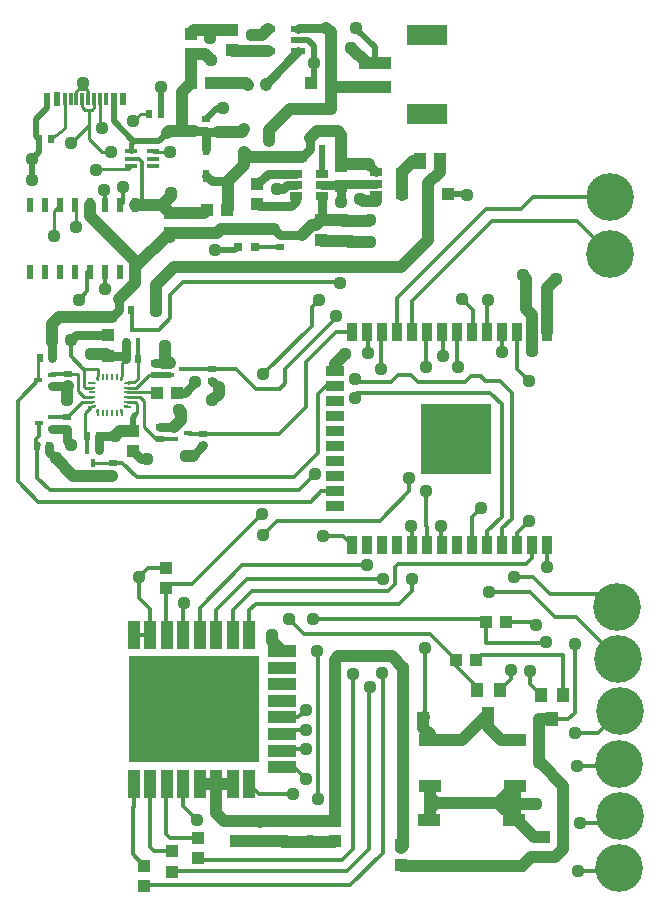
<source format=gbr>
G04 EAGLE Gerber RS-274X export*
G75*
%MOMM*%
%FSLAX34Y34*%
%LPD*%
%INTop Copper*%
%IPPOS*%
%AMOC8*
5,1,8,0,0,1.08239X$1,22.5*%
G01*
%ADD10R,1.016000X1.143000*%
%ADD11R,0.650000X0.460000*%
%ADD12R,0.900000X0.800000*%
%ADD13R,0.250000X0.495000*%
%ADD14R,0.250000X0.600000*%
%ADD15R,0.495000X0.250000*%
%ADD16R,0.600000X0.250000*%
%ADD17R,1.200000X0.550000*%
%ADD18R,0.900000X1.500000*%
%ADD19R,1.500000X0.900000*%
%ADD20R,6.000000X6.000000*%
%ADD21R,0.600000X1.200000*%
%ADD22R,0.700000X0.600000*%
%ADD23R,0.600000X0.700000*%
%ADD24R,0.460000X0.650000*%
%ADD25R,1.000000X1.100000*%
%ADD26R,1.100000X1.000000*%
%ADD27R,1.050000X0.400000*%
%ADD28R,1.900000X1.000000*%
%ADD29R,1.000000X1.350000*%
%ADD30R,1.060000X0.650000*%
%ADD31R,3.499994X1.799997*%
%ADD32R,2.699994X0.999997*%
%ADD33R,0.800000X0.800000*%
%ADD34R,2.450000X1.000000*%
%ADD35R,1.000000X2.450000*%
%ADD36R,11.000000X9.000000*%
%ADD37C,4.032000*%
%ADD38R,0.300000X1.140000*%
%ADD39R,0.500000X1.140000*%
%ADD40R,0.500000X1.150000*%
%ADD41R,0.500000X1.050000*%
%ADD42C,0.254000*%
%ADD43C,0.508000*%
%ADD44C,1.016000*%
%ADD45C,1.117600*%
%ADD46C,0.349250*%
%ADD47C,0.762000*%
%ADD48C,0.381000*%

G36*
X83132Y444731D02*
X83132Y444731D01*
X83131Y444731D01*
X83132Y444732D01*
X83132Y447732D01*
X83122Y447744D01*
X83121Y447743D01*
X83120Y447744D01*
X80620Y447744D01*
X80608Y447734D01*
X80609Y447733D01*
X80608Y447732D01*
X80608Y445782D01*
X80612Y445778D01*
X80612Y445774D01*
X81662Y444724D01*
X81667Y444723D01*
X81670Y444720D01*
X83120Y444720D01*
X83132Y444731D01*
G37*
G36*
X106882Y421481D02*
X106882Y421481D01*
X106881Y421481D01*
X106882Y421482D01*
X106882Y423982D01*
X106872Y423994D01*
X106871Y423993D01*
X106870Y423994D01*
X103870Y423994D01*
X103858Y423984D01*
X103859Y423983D01*
X103858Y423982D01*
X103858Y422532D01*
X103862Y422528D01*
X103862Y422524D01*
X104912Y421474D01*
X104917Y421473D01*
X104920Y421470D01*
X106870Y421470D01*
X106882Y421481D01*
G37*
G36*
X102074Y444724D02*
X102074Y444724D01*
X102078Y444724D01*
X103128Y445774D01*
X103129Y445778D01*
X103132Y445781D01*
X103131Y445782D01*
X103132Y445782D01*
X103132Y447732D01*
X103122Y447744D01*
X103121Y447743D01*
X103120Y447744D01*
X100620Y447744D01*
X100608Y447734D01*
X100609Y447733D01*
X100608Y447732D01*
X100608Y444732D01*
X100619Y444720D01*
X100619Y444721D01*
X100620Y444720D01*
X102070Y444720D01*
X102074Y444724D01*
G37*
G36*
X78824Y421474D02*
X78824Y421474D01*
X78828Y421474D01*
X79878Y422524D01*
X79879Y422528D01*
X79882Y422531D01*
X79881Y422532D01*
X79882Y422532D01*
X79882Y423982D01*
X79872Y423994D01*
X79871Y423993D01*
X79870Y423994D01*
X76870Y423994D01*
X76858Y423984D01*
X76859Y423983D01*
X76858Y423982D01*
X76858Y421482D01*
X76869Y421470D01*
X76869Y421471D01*
X76870Y421470D01*
X78820Y421470D01*
X78824Y421474D01*
G37*
G36*
X106882Y441481D02*
X106882Y441481D01*
X106881Y441481D01*
X106882Y441482D01*
X106882Y443982D01*
X106872Y443994D01*
X106871Y443993D01*
X106870Y443994D01*
X104920Y443994D01*
X104916Y443990D01*
X104912Y443990D01*
X103862Y442940D01*
X103861Y442935D01*
X103858Y442932D01*
X103858Y441482D01*
X103869Y441470D01*
X103869Y441471D01*
X103870Y441470D01*
X106870Y441470D01*
X106882Y441481D01*
G37*
G36*
X83132Y417731D02*
X83132Y417731D01*
X83131Y417731D01*
X83132Y417732D01*
X83132Y420732D01*
X83122Y420744D01*
X83121Y420743D01*
X83120Y420744D01*
X81670Y420744D01*
X81666Y420740D01*
X81662Y420740D01*
X80612Y419690D01*
X80611Y419685D01*
X80608Y419682D01*
X80608Y417732D01*
X80619Y417720D01*
X80619Y417721D01*
X80620Y417720D01*
X83120Y417720D01*
X83132Y417731D01*
G37*
G36*
X79882Y441481D02*
X79882Y441481D01*
X79881Y441481D01*
X79882Y441482D01*
X79882Y442932D01*
X79878Y442936D01*
X79878Y442940D01*
X78828Y443990D01*
X78823Y443991D01*
X78820Y443994D01*
X76870Y443994D01*
X76858Y443984D01*
X76859Y443983D01*
X76858Y443982D01*
X76858Y441482D01*
X76869Y441470D01*
X76869Y441471D01*
X76870Y441470D01*
X79870Y441470D01*
X79882Y441481D01*
G37*
G36*
X103132Y417731D02*
X103132Y417731D01*
X103131Y417731D01*
X103132Y417732D01*
X103132Y419682D01*
X103128Y419686D01*
X103128Y419690D01*
X102078Y420740D01*
X102073Y420741D01*
X102070Y420744D01*
X100620Y420744D01*
X100608Y420734D01*
X100609Y420733D01*
X100608Y420732D01*
X100608Y417732D01*
X100619Y417720D01*
X100619Y417721D01*
X100620Y417720D01*
X103120Y417720D01*
X103132Y417731D01*
G37*
D10*
X412360Y162430D03*
X402860Y182750D03*
X421860Y182750D03*
D11*
X42926Y439924D03*
X42926Y449924D03*
X31426Y444924D03*
D12*
X205646Y657454D03*
X205646Y638454D03*
X226646Y647954D03*
D10*
X466208Y158366D03*
X456708Y178686D03*
X475708Y178686D03*
D13*
X81870Y417207D03*
D14*
X85870Y417732D03*
X89870Y417732D03*
X93870Y417732D03*
X97870Y417732D03*
D13*
X101870Y417207D03*
D15*
X107395Y422732D03*
D16*
X106870Y426732D03*
X106870Y430732D03*
X106870Y434732D03*
X106870Y438732D03*
D15*
X107395Y442732D03*
D13*
X101870Y448257D03*
D14*
X97870Y447732D03*
X93870Y447732D03*
X89870Y447732D03*
X85870Y447732D03*
D13*
X81870Y448257D03*
D15*
X76345Y442732D03*
D16*
X76870Y438732D03*
X76870Y434732D03*
X76870Y430732D03*
X76870Y426732D03*
D15*
X76345Y422732D03*
D17*
X251507Y723798D03*
X251507Y733298D03*
X251507Y742798D03*
X225505Y742798D03*
X225505Y723798D03*
D18*
X462238Y485722D03*
X449538Y485722D03*
X436838Y485722D03*
X424138Y485722D03*
X411438Y485722D03*
X398738Y485722D03*
X386038Y485722D03*
X373338Y485722D03*
X360638Y485722D03*
X347938Y485722D03*
X335238Y485722D03*
X322538Y485722D03*
X309838Y485722D03*
X297138Y485722D03*
D19*
X282238Y452872D03*
X282238Y440172D03*
X282238Y427472D03*
X282238Y414772D03*
X282238Y402072D03*
X282238Y389372D03*
X282238Y376672D03*
X282238Y363972D03*
X282238Y351272D03*
X282238Y338572D03*
D18*
X297138Y305722D03*
X309838Y305722D03*
X322538Y305722D03*
X335238Y305722D03*
X347938Y305722D03*
X360638Y305722D03*
X373338Y305722D03*
X386038Y305722D03*
X398738Y305722D03*
X411438Y305722D03*
X424138Y305722D03*
X436838Y305722D03*
X449538Y305722D03*
X462238Y305722D03*
D20*
X385238Y395722D03*
D21*
X113246Y593098D03*
X100546Y593098D03*
X87846Y593098D03*
X75146Y593098D03*
X62446Y593098D03*
X49746Y593098D03*
X37046Y593098D03*
X24346Y593098D03*
X24346Y537098D03*
X37046Y537098D03*
X49746Y537098D03*
X62446Y537098D03*
X75146Y537098D03*
X87846Y537098D03*
X100546Y537098D03*
X113246Y537098D03*
D22*
X56564Y450178D03*
X56564Y440178D03*
D23*
X32768Y463720D03*
X42768Y463720D03*
D11*
X146402Y405474D03*
X146402Y395474D03*
X157902Y400474D03*
D22*
X134034Y395728D03*
X134034Y405728D03*
X171118Y399886D03*
X171118Y389886D03*
D24*
X82900Y386328D03*
X72900Y386328D03*
X77900Y374828D03*
D23*
X72900Y398188D03*
X82900Y398188D03*
D22*
X94410Y374994D03*
X94410Y364994D03*
D11*
X43180Y403856D03*
X43180Y413856D03*
X31680Y408856D03*
D22*
X55294Y413856D03*
X55294Y403856D03*
D23*
X30482Y389044D03*
X40482Y389044D03*
D11*
X142592Y459576D03*
X142592Y449576D03*
X154092Y454576D03*
D22*
X130224Y449830D03*
X130224Y459830D03*
X178484Y454750D03*
X178484Y444750D03*
D24*
X105666Y477866D03*
X115666Y477866D03*
X110666Y489366D03*
D23*
X115666Y463466D03*
X105666Y463466D03*
X109824Y504360D03*
X99824Y504360D03*
D25*
X410346Y240538D03*
X427346Y240538D03*
X384692Y208026D03*
X401692Y208026D03*
D26*
X195326Y741290D03*
X195326Y724290D03*
D22*
X173482Y666162D03*
X173482Y656162D03*
X236384Y558188D03*
X236384Y568188D03*
D25*
X340360Y159382D03*
X357360Y159382D03*
D26*
X338706Y51308D03*
X338706Y34308D03*
D25*
X142494Y569858D03*
X142494Y586858D03*
X160274Y721496D03*
X160274Y738496D03*
D26*
X279264Y696976D03*
X262264Y696976D03*
D27*
X109522Y639092D03*
X109522Y632592D03*
X109522Y626092D03*
X128522Y626092D03*
X128522Y632592D03*
X128522Y639092D03*
D25*
X459362Y41148D03*
X459362Y58148D03*
D28*
X433900Y33462D03*
X433900Y72462D03*
X361900Y72462D03*
X361900Y33462D03*
X362644Y140274D03*
X362644Y101274D03*
X434644Y101274D03*
X434644Y140274D03*
D29*
X354212Y630936D03*
X371212Y630936D03*
D30*
X339168Y602132D03*
X339168Y621132D03*
X317168Y621132D03*
X317168Y611632D03*
X317168Y602132D03*
D26*
X361324Y602488D03*
X378324Y602488D03*
X191126Y589534D03*
X174126Y589534D03*
D25*
X293116Y580000D03*
X293116Y563000D03*
X270764Y580762D03*
X270764Y563762D03*
D30*
X271350Y600862D03*
X271350Y619862D03*
X249350Y619862D03*
X249350Y610362D03*
X249350Y600862D03*
X271350Y610362D03*
D23*
X261446Y640842D03*
X271446Y640842D03*
D25*
X216662Y611242D03*
X216662Y594242D03*
X287782Y626228D03*
X287782Y609228D03*
X177410Y696468D03*
X160410Y696468D03*
D31*
X360578Y737080D03*
X360578Y670080D03*
D32*
X316078Y713580D03*
X316078Y693580D03*
D33*
X208908Y694690D03*
X223908Y694690D03*
X215018Y558292D03*
X200018Y558292D03*
D34*
X238030Y131542D03*
X238030Y117542D03*
X238030Y145542D03*
X238030Y159542D03*
X238030Y173542D03*
X238030Y187542D03*
X238030Y201542D03*
X238030Y215542D03*
D35*
X210030Y103542D03*
X196030Y103542D03*
X182030Y103542D03*
X168030Y103542D03*
X154030Y103542D03*
X140030Y103542D03*
X210030Y229542D03*
X196030Y229542D03*
X182030Y229542D03*
X168030Y229542D03*
X154030Y229542D03*
X126030Y229542D03*
X140030Y229542D03*
X126030Y103542D03*
X112030Y103542D03*
X112030Y229542D03*
D36*
X163030Y166542D03*
D25*
X282180Y71862D03*
X282180Y54862D03*
X241554Y71492D03*
X241554Y54492D03*
X219964Y72000D03*
X219964Y55000D03*
D26*
X144297Y46092D03*
X144297Y29092D03*
X121158Y34154D03*
X121158Y17154D03*
X166878Y57268D03*
X166878Y40268D03*
X139192Y285868D03*
X139192Y268868D03*
D37*
X521208Y252984D03*
X521970Y208788D03*
X523748Y165100D03*
X523240Y120142D03*
X523494Y75946D03*
X522986Y31750D03*
X515366Y552196D03*
X515366Y600202D03*
D38*
X68620Y683014D03*
X73620Y683014D03*
X63620Y683014D03*
X58620Y683014D03*
X53620Y683014D03*
X78620Y683014D03*
X83620Y683014D03*
X88620Y683014D03*
D39*
X95120Y683014D03*
D40*
X47120Y683014D03*
D39*
X39120Y683014D03*
X103120Y683014D03*
D23*
X135302Y670560D03*
X125302Y670560D03*
X31830Y649478D03*
X41830Y649478D03*
D41*
X173533Y618337D03*
X173533Y641097D03*
D25*
X199136Y71898D03*
X199136Y54898D03*
D26*
X444636Y510438D03*
X461636Y510438D03*
D25*
X111150Y402505D03*
X111150Y385505D03*
X90627Y465972D03*
X90627Y482972D03*
D26*
X131505Y434645D03*
X148505Y434645D03*
D42*
X76870Y438732D02*
X71138Y438732D01*
X69772Y440098D02*
X69772Y454830D01*
X81964Y454830D01*
X69772Y440098D02*
X71138Y438732D01*
X81870Y448257D02*
X81870Y454736D01*
X81964Y454830D01*
D43*
X315644Y610108D02*
X317168Y611632D01*
D44*
X118872Y593098D02*
X113246Y593098D01*
X118872Y593098D02*
X136254Y593098D01*
D45*
X58928Y478790D03*
D46*
X58928Y465328D01*
X69426Y454830D02*
X69772Y454830D01*
X69426Y454830D02*
X58928Y465328D01*
X210030Y103542D02*
X218608Y94964D01*
X247142Y94964D01*
D45*
X247142Y94964D03*
D46*
X282180Y54862D02*
X282064Y54746D01*
X116332Y261112D02*
X116332Y277876D01*
X116840Y278384D01*
D45*
X116840Y278384D03*
D46*
X124324Y285868D02*
X139192Y285868D01*
X124324Y285868D02*
X116840Y278384D01*
D45*
X154432Y256540D03*
D46*
X116454Y632592D02*
X109522Y632592D01*
X118872Y630174D02*
X118872Y593098D01*
X118872Y630174D02*
X116454Y632592D01*
D44*
X177038Y741290D02*
X195326Y741290D01*
X176784Y741544D02*
X163322Y741544D01*
X160274Y738496D01*
X176784Y741544D02*
X177038Y741290D01*
X177038Y735212D01*
D45*
X177038Y735212D03*
D43*
X251507Y733298D02*
X259588Y733298D01*
X264414Y728472D01*
X264414Y713994D01*
D45*
X264414Y713994D03*
D43*
X264414Y699126D01*
X262264Y696976D01*
X316078Y713580D02*
X316078Y727042D01*
X300736Y742384D01*
X300736Y742950D01*
D45*
X300736Y742950D03*
D43*
X182706Y675386D02*
X173482Y666162D01*
X182706Y675386D02*
X187706Y675386D01*
D45*
X187706Y675386D03*
D43*
X378324Y602488D02*
X393954Y602488D01*
X394208Y602234D01*
D45*
X394208Y602234D03*
D47*
X288916Y610362D02*
X287782Y609228D01*
X290186Y611632D02*
X317168Y611632D01*
X288916Y610362D02*
X271350Y610362D01*
X288916Y610362D02*
X290186Y611632D01*
X287782Y609228D02*
X287782Y596510D01*
X287528Y596256D01*
D45*
X287528Y596256D03*
D43*
X200018Y558292D02*
X197478Y555752D01*
X181356Y555752D01*
D45*
X181356Y555752D03*
X311912Y561848D03*
D44*
X171450Y586858D02*
X142494Y586858D01*
X171450Y586858D02*
X174126Y589534D01*
X142494Y586858D02*
X136254Y593098D01*
X144018Y600862D01*
X144018Y604012D01*
D45*
X144018Y604012D03*
D44*
X229108Y224464D02*
X238030Y215542D01*
X229108Y224464D02*
X229108Y229616D01*
D45*
X229108Y229616D03*
D46*
X462238Y287232D02*
X462238Y305722D01*
X462238Y287232D02*
X462026Y287020D01*
D45*
X462026Y287020D03*
D44*
X436412Y72462D02*
X433900Y72462D01*
X436412Y72462D02*
X450726Y58148D01*
X459362Y58148D01*
X434644Y73206D02*
X433900Y72462D01*
X434644Y73478D02*
X434644Y89916D01*
X434644Y101274D01*
X362644Y73206D02*
X361900Y72462D01*
X434644Y89916D02*
X437946Y86614D01*
X453136Y86614D01*
D45*
X453136Y86614D03*
D44*
X316078Y713580D02*
X309278Y713580D01*
X296418Y726440D01*
D45*
X296418Y726440D03*
D44*
X362644Y101274D02*
X362644Y82228D01*
X420746Y87376D02*
X434644Y101274D01*
X420746Y87376D02*
X367792Y87376D01*
X362644Y92524D01*
X362644Y101274D01*
X367792Y87376D02*
X362644Y82228D01*
X362644Y73206D01*
X420746Y87376D02*
X432104Y87376D01*
X434644Y89916D01*
X420746Y87376D02*
X434644Y73478D01*
X434644Y73206D01*
D47*
X282180Y54862D02*
X281846Y54862D01*
X281810Y54898D01*
X220472Y54492D02*
X219964Y55000D01*
X219202Y54238D01*
D44*
X294268Y561848D02*
X311912Y561848D01*
X294268Y561848D02*
X293116Y563000D01*
X271526Y563000D01*
X270764Y563762D01*
X290830Y467360D02*
X282238Y458768D01*
D45*
X290830Y467360D03*
D47*
X282238Y458768D02*
X282238Y452872D01*
D46*
X154432Y256540D02*
X154030Y256138D01*
X153924Y256032D01*
X154030Y256138D02*
X154030Y229542D01*
X126030Y251414D02*
X116332Y261112D01*
X126030Y251414D02*
X126030Y229542D01*
X112030Y229542D01*
D43*
X39120Y675390D02*
X39120Y683014D01*
X39120Y675390D02*
X29718Y665988D01*
X29718Y651590D01*
X31830Y649478D01*
X31830Y638382D01*
X26162Y632714D01*
D45*
X26162Y632714D03*
D43*
X26162Y614934D01*
D45*
X26162Y614934D03*
D43*
X135302Y670560D02*
X135302Y692832D01*
X135636Y693166D01*
D45*
X135636Y693166D03*
D44*
X199238Y55000D02*
X219964Y55000D01*
X199238Y55000D02*
X199136Y54898D01*
X219964Y55000D02*
X241046Y55000D01*
X241554Y54492D01*
X261146Y54492D01*
X261315Y54661D01*
D45*
X261315Y54661D03*
D44*
X281810Y54492D02*
X282180Y54862D01*
X281810Y54492D02*
X261146Y54492D01*
X462238Y485722D02*
X462238Y509836D01*
X461636Y510438D01*
X461636Y523206D01*
X469392Y530962D01*
D45*
X469392Y530962D03*
D47*
X118094Y378562D02*
X111150Y385505D01*
X118094Y378562D02*
X123139Y378562D01*
D45*
X123139Y378562D03*
D47*
X58928Y478790D02*
X63110Y482972D01*
X90627Y482972D01*
X148505Y434645D02*
X155245Y434645D01*
X164389Y443789D01*
D45*
X164389Y443789D03*
D44*
X270764Y580762D02*
X271096Y581094D01*
X270764Y580762D02*
X266376Y576374D01*
X262818Y576374D01*
X142494Y569858D02*
X142494Y566346D01*
X75146Y583730D02*
X75146Y593098D01*
X75146Y583730D02*
X113246Y545630D01*
D47*
X271350Y581348D02*
X271350Y600862D01*
X271350Y581348D02*
X270764Y580762D01*
D45*
X441682Y534006D03*
D44*
X449538Y470366D02*
X449072Y469900D01*
D45*
X449072Y469900D03*
D44*
X330708Y211328D02*
X284988Y211328D01*
X42588Y478620D02*
X42588Y492506D01*
X42588Y478620D02*
X42672Y478536D01*
D45*
X42672Y478536D03*
X45974Y378968D03*
D44*
X60960Y363982D01*
D45*
X156718Y381000D03*
X178816Y428498D03*
D44*
X271096Y581094D02*
X292022Y581094D01*
X293116Y580000D01*
X311268Y580000D01*
X311912Y580644D01*
D45*
X311912Y580644D03*
D44*
X330708Y211328D02*
X340360Y201676D01*
X340360Y159382D01*
X338706Y51308D02*
X338582Y49146D01*
X340360Y50924D02*
X340360Y159382D01*
X340360Y50924D02*
X338582Y49146D01*
D45*
X340360Y201676D03*
D44*
X219964Y72000D02*
X219202Y71238D01*
X219964Y72000D02*
X241046Y72000D01*
X241554Y71492D01*
X178816Y428498D02*
X184150Y433832D01*
X184150Y439084D01*
X162232Y381000D02*
X156718Y381000D01*
X142494Y569858D02*
X182762Y569858D01*
X186182Y573278D02*
X231294Y573278D01*
X186182Y573278D02*
X182762Y569858D01*
X113246Y537098D02*
X113246Y527012D01*
X99712Y513478D01*
X113246Y537098D02*
X113246Y545630D01*
X113246Y540610D02*
X142494Y569858D01*
X113246Y540610D02*
X113246Y537098D01*
X48684Y498602D02*
X42588Y492506D01*
X48684Y498602D02*
X93954Y498602D01*
X42768Y478440D02*
X42672Y478536D01*
X254632Y568188D02*
X262818Y576374D01*
X93398Y363982D02*
X60960Y363982D01*
X282180Y71862D02*
X281810Y71492D01*
X282180Y71862D02*
X282180Y84623D01*
X282194Y84637D01*
X282194Y208534D01*
X284988Y211328D01*
X282180Y71862D02*
X241924Y71862D01*
X241554Y71492D01*
X182030Y103542D02*
X168030Y103542D01*
X182030Y103542D02*
X196030Y103542D01*
X182030Y103542D02*
X181522Y103034D01*
X181522Y78828D01*
D47*
X184150Y439084D02*
X178484Y444750D01*
X99712Y504472D02*
X99712Y513478D01*
X99712Y504472D02*
X99824Y504360D01*
X99712Y504360D01*
X93954Y498602D01*
X42768Y478440D02*
X42768Y463720D01*
X40482Y384460D02*
X45974Y378968D01*
X40482Y384460D02*
X40482Y389044D01*
X162232Y381000D02*
X171118Y389886D01*
X236384Y568188D02*
X231294Y573278D01*
X236384Y568188D02*
X254632Y568188D01*
X94410Y364994D02*
X93398Y363982D01*
D44*
X219964Y72000D02*
X219862Y71898D01*
X199136Y71898D01*
X188452Y71898D01*
X181522Y78828D01*
X444636Y531052D02*
X441682Y534006D01*
X444636Y531052D02*
X444636Y510438D01*
X444636Y505121D01*
X449538Y500219D02*
X449538Y485722D01*
X449538Y500219D02*
X444636Y505121D01*
X449538Y485722D02*
X449538Y470366D01*
D42*
X109522Y639092D02*
X109474Y639140D01*
D43*
X133858Y647700D02*
X140716Y654558D01*
X133858Y647700D02*
X111760Y647700D01*
D44*
X140716Y654558D02*
X142208Y656050D01*
X153162Y656050D01*
X153162Y689220D01*
X160410Y696468D01*
X160410Y721360D01*
X160274Y721496D01*
D45*
X177546Y716534D03*
D44*
X172267Y721496D02*
X160274Y721496D01*
X172267Y721496D02*
X172521Y721242D01*
X172838Y721242D01*
X177546Y716534D01*
D45*
X212598Y737768D03*
D44*
X220475Y737768D01*
X225505Y742798D01*
D48*
X111760Y647700D02*
X109522Y645462D01*
X109522Y639092D01*
D43*
X111760Y647700D02*
X95120Y664340D01*
X95120Y683014D01*
D44*
X153162Y656050D02*
X153384Y655828D01*
X163068Y655828D01*
X203512Y655320D02*
X205646Y657454D01*
X203512Y655320D02*
X183642Y655320D01*
D47*
X173148Y655828D02*
X163068Y655828D01*
X173148Y655828D02*
X173482Y656162D01*
X174324Y655320D02*
X183642Y655320D01*
X174324Y655320D02*
X173482Y656162D01*
X173533Y656111D01*
X173533Y641097D01*
D42*
X63620Y683014D02*
X63620Y689884D01*
X65752Y692016D01*
X68834Y692016D02*
X71488Y692016D01*
X68834Y692016D02*
X65752Y692016D01*
X71488Y692016D02*
X73620Y689884D01*
X73620Y683014D01*
X68834Y692016D02*
X68834Y696334D01*
D45*
X68834Y696334D03*
X62992Y574548D03*
D42*
X62992Y592552D01*
X62446Y593098D01*
D45*
X80010Y623316D03*
D42*
X107000Y623570D02*
X109522Y626092D01*
X107000Y623570D02*
X80264Y623570D01*
X80010Y623316D01*
X68620Y676144D02*
X68620Y683014D01*
X68620Y676144D02*
X70752Y674012D01*
X74168Y674012D02*
X76488Y674012D01*
X74168Y674012D02*
X70752Y674012D01*
X76488Y674012D02*
X78620Y676144D01*
X78620Y683014D01*
D45*
X58674Y645922D03*
X44704Y566928D03*
D42*
X58674Y645922D02*
X74168Y661416D01*
X74168Y674012D01*
X49746Y593098D02*
X44704Y588056D01*
X44704Y566928D01*
D45*
X143256Y638556D03*
D42*
X129058Y638556D01*
X128522Y639092D01*
D45*
X93156Y638240D03*
D42*
X74168Y649224D02*
X74168Y661416D01*
X85152Y638240D02*
X93156Y638240D01*
X85152Y638240D02*
X74168Y649224D01*
D47*
X134034Y405728D02*
X146148Y405728D01*
X146402Y405474D01*
X56564Y440178D02*
X56310Y439924D01*
X42926Y439924D01*
D42*
X101870Y448257D02*
X101870Y459670D01*
X105666Y463466D01*
X106870Y426732D02*
X113110Y426732D01*
D44*
X371212Y621656D02*
X371212Y630936D01*
X361324Y611768D02*
X361324Y602488D01*
X361324Y611768D02*
X371212Y621656D01*
X146304Y541020D02*
X130810Y525526D01*
X130810Y503428D01*
D45*
X130810Y503428D03*
X138938Y473710D03*
X76200Y467614D03*
X55880Y428752D03*
D44*
X55880Y439494D01*
X56310Y439924D01*
D45*
X59436Y389890D03*
X96012Y397764D03*
X150622Y419862D03*
D44*
X152146Y418338D01*
X152146Y411726D01*
X146148Y405728D01*
X361324Y563762D02*
X361324Y602488D01*
X338582Y541020D02*
X146304Y541020D01*
X338582Y541020D02*
X361324Y563762D01*
X142592Y459576D02*
X142338Y459830D01*
X136652Y459830D01*
X138938Y463230D02*
X142592Y459576D01*
X138938Y463230D02*
X138938Y473710D01*
D47*
X55294Y403856D02*
X43180Y403856D01*
X82900Y398188D02*
X82900Y386328D01*
X83324Y397764D02*
X96012Y397764D01*
X83324Y397764D02*
X82900Y398188D01*
X130224Y459830D02*
X136652Y459830D01*
X55294Y403856D02*
X55294Y394032D01*
X59436Y389890D01*
D44*
X96012Y397764D02*
X100753Y402505D01*
X111150Y402505D01*
D42*
X115214Y424628D02*
X113110Y426732D01*
X115214Y424628D02*
X115214Y417373D01*
X113386Y415544D01*
D43*
X111150Y413309D01*
X111150Y402505D01*
D44*
X88985Y467614D02*
X76200Y467614D01*
X88985Y467614D02*
X90627Y465972D01*
D47*
X103160Y465972D01*
X105666Y463466D01*
X105666Y477866D01*
D44*
X282660Y693580D02*
X316078Y693580D01*
X282660Y693580D02*
X279264Y696976D01*
X279264Y739784D01*
X275336Y743712D01*
X226646Y656922D02*
X226646Y647954D01*
X244348Y674624D02*
X279400Y674624D01*
X279400Y696840D01*
X279264Y696976D01*
X244348Y674624D02*
X226646Y656922D01*
D47*
X252421Y743712D02*
X275336Y743712D01*
X252421Y743712D02*
X251507Y742798D01*
D44*
X361710Y33652D02*
X361900Y33462D01*
X361710Y33652D02*
X339454Y33652D01*
X338706Y34308D01*
X433900Y33462D02*
X441008Y33462D01*
X448694Y41148D02*
X459362Y41148D01*
X448694Y41148D02*
X441008Y33462D01*
X459362Y41148D02*
X468884Y41148D01*
X475996Y48260D02*
X475996Y101600D01*
X456692Y120904D01*
X454914Y120904D01*
X455050Y158366D02*
X466208Y158366D01*
X455050Y158366D02*
X454914Y158230D01*
X475996Y48260D02*
X468884Y41148D01*
X454914Y120904D02*
X454914Y158230D01*
D45*
X447040Y444500D03*
D46*
X436838Y454702D01*
X436838Y485722D01*
D45*
X485394Y221488D03*
D46*
X480184Y158366D02*
X466208Y158366D01*
X480184Y158366D02*
X485394Y163576D01*
X485394Y221488D01*
D44*
X433900Y33462D02*
X361900Y33462D01*
D45*
X299498Y446278D03*
D46*
X424138Y319744D02*
X424138Y305722D01*
X424138Y319744D02*
X432054Y327660D01*
X432054Y434416D01*
X421970Y444500D01*
D45*
X102870Y608330D03*
D46*
X102870Y595422D01*
X100546Y593098D01*
X409702Y444500D02*
X421970Y444500D01*
X409702Y444500D02*
X405892Y448310D01*
X397510Y448310D02*
X392684Y443484D01*
X397510Y448310D02*
X405892Y448310D01*
X302292Y443484D02*
X299498Y446278D01*
X353060Y443484D02*
X392684Y443484D01*
X329692Y443484D02*
X302292Y443484D01*
X347218Y449326D02*
X353060Y443484D01*
X347218Y449326D02*
X335534Y449326D01*
X329692Y443484D01*
X87846Y593098D02*
X87846Y593606D01*
D45*
X299498Y430022D03*
D46*
X411438Y317038D02*
X411438Y305722D01*
X411438Y317038D02*
X423581Y329181D01*
X423581Y424754D01*
X413900Y434435D01*
X301017Y434435D01*
X299498Y430022D01*
X299498Y430022D01*
X299498Y430022D01*
D45*
X86614Y606552D03*
D46*
X87846Y605320D01*
X87846Y593098D01*
X87846Y537098D02*
X87846Y522516D01*
X88039Y522323D01*
D45*
X88039Y522323D03*
X263652Y243332D03*
D46*
X264160Y242824D01*
X408060Y242824D02*
X410346Y240538D01*
X408060Y242824D02*
X264160Y242824D01*
X410346Y240538D02*
X410346Y222504D01*
X460248Y222504D01*
X461518Y223774D01*
D45*
X461518Y223774D03*
X447548Y198628D03*
D46*
X447548Y187846D01*
X456708Y178686D01*
X75146Y537098D02*
X73368Y537098D01*
X72860Y536590D01*
X72860Y520408D01*
X65532Y513080D01*
D45*
X65532Y513080D03*
X243840Y242570D03*
D46*
X256286Y230124D01*
X362594Y230124D01*
X384692Y208026D01*
X382465Y205799D01*
X384810Y203454D02*
X384810Y203200D01*
X402860Y185150D02*
X402860Y182750D01*
X402860Y185150D02*
X384810Y203200D01*
X384810Y203454D02*
X382465Y205799D01*
X292490Y29600D02*
X144805Y29600D01*
X144297Y29092D01*
X292490Y29600D02*
X311404Y48514D01*
X311404Y184658D02*
X311912Y185166D01*
X311404Y184658D02*
X311404Y48514D01*
D45*
X311912Y185166D03*
X373696Y465774D03*
D46*
X373696Y485364D01*
X373338Y485722D01*
X121666Y17662D02*
X121158Y17154D01*
X121666Y17662D02*
X295538Y17662D01*
X323088Y45212D01*
X323088Y196980D01*
X322710Y197358D01*
D45*
X322710Y197358D03*
X359918Y456438D03*
D46*
X359918Y485002D01*
X360638Y485722D01*
X288680Y39252D02*
X167894Y39252D01*
X166878Y40268D01*
X297688Y195834D02*
X298196Y196342D01*
X297688Y195834D02*
X297688Y48260D01*
D45*
X298196Y196342D03*
X321594Y454946D03*
D46*
X297688Y48260D02*
X288680Y39252D01*
X321594Y454946D02*
X321594Y484778D01*
X322538Y485722D01*
X143120Y272796D02*
X139192Y268868D01*
X139192Y230380D01*
X140030Y229542D01*
X161798Y272796D02*
X220472Y331470D01*
D45*
X220472Y331470D03*
D46*
X161798Y272796D02*
X143120Y272796D01*
D45*
X221996Y450088D03*
D46*
X263144Y491236D01*
X263144Y506984D01*
X269240Y513080D01*
X398738Y485722D02*
X399288Y486272D01*
X399288Y504444D02*
X389890Y513842D01*
D45*
X389890Y513842D03*
X269240Y513080D03*
D46*
X399288Y504444D02*
X399288Y486272D01*
X168030Y252612D02*
X168030Y229542D01*
X309626Y288798D02*
X309880Y289052D01*
D45*
X309880Y289052D03*
X359664Y351282D03*
D46*
X359664Y322020D01*
X360638Y321046D01*
X360638Y305722D01*
X309626Y288798D02*
X204216Y288798D01*
X168030Y252612D01*
X182030Y250610D02*
X182030Y229542D01*
D45*
X322834Y276860D03*
X372322Y321978D03*
D46*
X372322Y306738D01*
X373338Y305722D01*
X322834Y276860D02*
X208280Y276860D01*
X182030Y250610D01*
X449538Y294344D02*
X449538Y305722D01*
X444500Y289306D02*
X336042Y289306D01*
X444500Y289306D02*
X449538Y294344D01*
X333470Y272454D02*
X327240Y266224D01*
X211868Y266224D01*
X196030Y250386D02*
X196030Y229542D01*
X196030Y250386D02*
X211868Y266224D01*
X333470Y286734D02*
X336042Y289306D01*
X333470Y286734D02*
X333470Y272454D01*
X347472Y276860D02*
X347472Y266654D01*
D45*
X347472Y276860D03*
X346922Y321978D03*
D46*
X347938Y320962D01*
X347938Y305722D01*
X210030Y250162D02*
X210030Y229542D01*
X336850Y256032D02*
X347472Y266654D01*
X215900Y256032D02*
X210030Y250162D01*
X215900Y256032D02*
X336850Y256032D01*
D42*
X31426Y444924D02*
X31426Y462378D01*
X32768Y463720D01*
D46*
X31426Y444924D02*
X16568Y430066D01*
X15508Y429006D01*
X13970Y359664D02*
X31496Y342138D01*
X271008Y351272D02*
X282238Y351272D01*
X261874Y342138D02*
X31496Y342138D01*
X261874Y342138D02*
X271008Y351272D01*
X13970Y359664D02*
X13970Y427468D01*
X15508Y429006D01*
X40894Y352044D02*
X252476Y352044D01*
X265938Y365506D01*
D45*
X265938Y365506D03*
X310134Y467868D03*
D46*
X310134Y485426D01*
X309838Y485722D01*
X31680Y390242D02*
X30482Y389044D01*
X31680Y397694D02*
X31680Y408856D01*
X31680Y397694D02*
X29464Y395478D01*
X30482Y362456D02*
X40894Y352044D01*
X29464Y390062D02*
X29464Y395478D01*
X29464Y390062D02*
X30482Y389044D01*
X30482Y362456D01*
D42*
X77900Y374828D02*
X94410Y374994D01*
D46*
X102526Y374994D01*
X268224Y383540D02*
X268224Y433324D01*
X275072Y440172D01*
X282238Y440172D01*
X114554Y362966D02*
X102526Y374994D01*
X114554Y362966D02*
X247650Y362966D01*
X268224Y383540D01*
X158672Y399704D02*
X157902Y400474D01*
X158672Y399704D02*
X171118Y399886D01*
X235548Y399886D01*
X257810Y422148D01*
X257810Y460502D01*
X283030Y485722D01*
X297138Y485722D01*
D42*
X131418Y434732D02*
X106870Y434732D01*
X131418Y434732D02*
X131505Y434645D01*
D46*
X56564Y450178D02*
X43180Y450178D01*
X42926Y449924D01*
D42*
X69994Y430732D02*
X76870Y430732D01*
X64692Y436034D02*
X64692Y450004D01*
X64518Y450178D01*
X56564Y450178D01*
X64692Y436034D02*
X69994Y430732D01*
D46*
X55294Y413856D02*
X43180Y413856D01*
D42*
X68234Y426732D02*
X76870Y426732D01*
X68234Y426732D02*
X56296Y414794D01*
X56232Y414794D01*
X55294Y413856D01*
D46*
X72900Y398188D02*
X72900Y386328D01*
D42*
X70614Y399204D02*
X70614Y417255D01*
X71630Y398188D02*
X72900Y398188D01*
X71630Y398188D02*
X70614Y399204D01*
X76091Y422732D02*
X76345Y422732D01*
X76091Y422732D02*
X70614Y417255D01*
D46*
X134034Y395728D02*
X146148Y395728D01*
X146402Y395474D01*
D42*
X117746Y430732D02*
X106870Y430732D01*
X120796Y427682D02*
X120796Y427380D01*
X121080Y427096D01*
X121080Y405808D01*
X131160Y395728D01*
X134034Y395728D01*
X120796Y427682D02*
X117746Y430732D01*
D46*
X115666Y463466D02*
X115666Y477866D01*
D42*
X115666Y463466D02*
X115666Y446374D01*
X112522Y443230D01*
X107893Y443230D02*
X107395Y442732D01*
X107893Y443230D02*
X112522Y443230D01*
D46*
X142338Y449830D02*
X142592Y449576D01*
D42*
X130224Y449830D02*
X129794Y449400D01*
X114380Y438732D02*
X106870Y438732D01*
X125048Y449400D02*
X129794Y449400D01*
X125048Y449400D02*
X114380Y438732D01*
D43*
X130478Y449576D02*
X142592Y449576D01*
X130478Y449576D02*
X130224Y449830D01*
D46*
X154030Y103542D02*
X154030Y84222D01*
X165862Y72390D01*
D45*
X165862Y72390D03*
X345440Y362204D03*
D46*
X345440Y351028D01*
X320294Y325882D01*
D45*
X221234Y313944D03*
D46*
X233172Y325882D01*
X320294Y325882D01*
D45*
X386842Y455930D03*
D46*
X386038Y456734D01*
X386038Y485722D01*
D45*
X268224Y90424D03*
D46*
X268224Y215138D01*
X267716Y215646D01*
D45*
X267716Y215646D03*
D44*
X357360Y159382D02*
X357868Y159890D01*
X423340Y140274D02*
X434644Y140274D01*
X423340Y140274D02*
X412360Y151254D01*
X412360Y162430D01*
X362644Y145462D02*
X357360Y150746D01*
X357360Y159382D01*
X362644Y145462D02*
X362644Y140274D01*
D46*
X357360Y159382D02*
X358394Y160416D01*
X358394Y218186D01*
D45*
X358394Y218186D03*
X272542Y313182D03*
D46*
X289678Y313182D01*
X297138Y305722D01*
D44*
X362644Y140274D02*
X390204Y140274D01*
X412360Y162430D01*
D46*
X401692Y208026D02*
X406264Y212598D01*
X475488Y212598D01*
X475708Y212378D02*
X475708Y178686D01*
X475708Y212378D02*
X475488Y212598D01*
D44*
X207130Y696468D02*
X177410Y696468D01*
X207130Y696468D02*
X208908Y694690D01*
X195818Y723798D02*
X225505Y723798D01*
X195818Y723798D02*
X195326Y724290D01*
X223908Y696199D02*
X223908Y694690D01*
D47*
X223908Y696199D02*
X251507Y723798D01*
D44*
X205646Y627286D02*
X191770Y613410D01*
X205646Y627286D02*
X205646Y638454D01*
X191770Y613410D02*
X191770Y590178D01*
X191126Y589534D01*
X210116Y633984D02*
X205646Y638454D01*
X284734Y655828D02*
X287782Y652780D01*
X287782Y626228D01*
X311404Y626896D02*
X311404Y627888D01*
X305308Y627888D01*
X289442Y627888D01*
X287782Y626228D01*
D45*
X305308Y627888D03*
X247618Y633984D03*
X303784Y598932D03*
D47*
X317168Y621132D02*
X311404Y626896D01*
D45*
X233172Y606806D03*
D47*
X248942Y609954D02*
X249350Y610362D01*
X248942Y609954D02*
X241630Y609954D01*
X238482Y606806D01*
X233172Y606806D01*
D43*
X316992Y601956D02*
X317168Y602132D01*
X316992Y601956D02*
X316992Y596900D01*
D44*
X316738Y596646D01*
X306070Y596646D01*
X303784Y598932D01*
X284734Y655828D02*
X267208Y655828D01*
X261334Y649954D01*
X254588Y633984D02*
X247618Y633984D01*
X210116Y633984D01*
D47*
X261334Y640954D02*
X261334Y649954D01*
X261334Y640954D02*
X261446Y640842D01*
X254588Y633984D01*
X178460Y613410D02*
X173533Y618337D01*
X178460Y613410D02*
X191770Y613410D01*
D46*
X398738Y329396D02*
X398738Y305722D01*
X398738Y329396D02*
X406400Y337058D01*
D45*
X406400Y337058D03*
X413004Y265684D03*
D46*
X447294Y265684D01*
X486410Y244348D02*
X521970Y208788D01*
X468630Y244348D02*
X447294Y265684D01*
X468630Y244348D02*
X486410Y244348D01*
X436838Y305722D02*
X436838Y315680D01*
X446786Y325628D01*
D45*
X446786Y325628D03*
X434086Y278130D03*
D46*
X450596Y278130D02*
X464566Y264160D01*
X450596Y278130D02*
X434086Y278130D01*
X518922Y252984D02*
X521208Y252984D01*
X518922Y252984D02*
X507746Y264160D01*
X464566Y264160D01*
X178484Y454750D02*
X154266Y454750D01*
X154092Y454576D01*
X283718Y497840D02*
X283718Y499110D01*
D45*
X283718Y499110D03*
X424180Y469138D03*
D46*
X283718Y497840D02*
X240628Y454750D01*
X198538Y454750D02*
X178484Y454750D01*
X240628Y454750D02*
X240628Y442558D01*
X215646Y437642D02*
X198538Y454750D01*
X215646Y437642D02*
X235712Y437642D01*
X240628Y442558D01*
X424138Y485722D02*
X424180Y485680D01*
X424180Y469138D01*
X143002Y497586D02*
X143002Y517398D01*
X143002Y497586D02*
X133258Y487842D01*
D45*
X411734Y512826D03*
D46*
X153924Y528320D02*
X143002Y517398D01*
X153924Y528320D02*
X285496Y528320D01*
X286766Y527050D01*
D45*
X286766Y527050D03*
D46*
X110666Y503518D02*
X109824Y504360D01*
X112190Y487842D02*
X133258Y487842D01*
X112190Y487842D02*
X110666Y489366D01*
X110666Y503518D01*
X411438Y512530D02*
X411438Y485722D01*
X411438Y512530D02*
X411734Y512826D01*
X347938Y512276D02*
X347938Y485722D01*
X347938Y512276D02*
X415798Y580136D01*
X487426Y580136D02*
X515366Y552196D01*
X487426Y580136D02*
X415798Y580136D01*
X335238Y515070D02*
X335238Y485722D01*
X335238Y515070D02*
X410464Y590296D01*
X450088Y600202D02*
X515366Y600202D01*
X440182Y590296D02*
X410464Y590296D01*
X440182Y590296D02*
X450088Y600202D01*
X450596Y240538D02*
X427346Y240538D01*
X450596Y240538D02*
X453071Y238063D01*
D45*
X453071Y238063D03*
X431292Y199898D03*
D46*
X431292Y192182D01*
X421860Y182750D01*
D44*
X339168Y621132D02*
X348972Y630936D01*
X354212Y630936D01*
X339168Y621132D02*
X339168Y602132D01*
D43*
X271350Y619862D02*
X271350Y640746D01*
X271446Y640842D01*
X217662Y612242D02*
X216662Y611242D01*
D47*
X229514Y619862D02*
X249350Y619862D01*
X229514Y619862D02*
X229362Y620014D01*
X225434Y620014D01*
X217662Y612242D01*
X216662Y594242D02*
X218322Y592582D01*
D43*
X249350Y596978D02*
X249350Y600862D01*
X249350Y596978D02*
X249428Y596900D01*
D47*
X245110Y592582D01*
X218322Y592582D01*
D46*
X215122Y558188D02*
X236384Y558188D01*
X215122Y558188D02*
X215018Y558292D01*
X112030Y103542D02*
X112030Y84090D01*
X111760Y83820D01*
X111760Y43552D01*
X121158Y34154D01*
X125522Y103034D02*
X126030Y103542D01*
X125522Y103034D02*
X125522Y49484D01*
X128914Y46092D02*
X144297Y46092D01*
X128914Y46092D02*
X125522Y49484D01*
X139522Y103034D02*
X140030Y103542D01*
X139522Y103034D02*
X139522Y60630D01*
X142884Y57268D02*
X166878Y57268D01*
X142884Y57268D02*
X139522Y60630D01*
D45*
X257588Y165608D03*
X485394Y146558D03*
D46*
X505206Y146558D01*
X523748Y165100D01*
X251522Y159542D02*
X238030Y159542D01*
X251522Y159542D02*
X257588Y165608D01*
X241840Y149352D02*
X238030Y145542D01*
X241840Y149352D02*
X257588Y149352D01*
D45*
X257588Y149352D03*
X487680Y118110D03*
D46*
X521208Y118110D01*
X523240Y120142D01*
X239584Y133096D02*
X238030Y131542D01*
X239584Y133096D02*
X257588Y133096D01*
D45*
X257588Y133096D03*
X489966Y70104D03*
D46*
X517652Y70104D01*
X523494Y75946D01*
X247742Y117542D02*
X238030Y117542D01*
X247742Y117542D02*
X257588Y107696D01*
D45*
X257588Y107696D03*
X487934Y29718D03*
D46*
X520954Y29718D01*
X522986Y31750D01*
D42*
X53620Y658413D02*
X41830Y649478D01*
X53620Y658413D02*
X53620Y683014D01*
X83620Y683014D02*
X83818Y682816D01*
X83818Y683686D01*
X83620Y683014D02*
X83620Y659676D01*
X85009Y658287D01*
D45*
X85009Y658287D03*
X111760Y664210D03*
D42*
X118110Y670560D01*
X125302Y670560D01*
M02*

</source>
